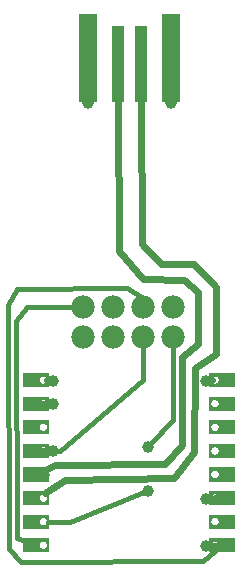
<source format=gtl>
%ASAXBY*%
%FSLAX23Y23*%
%MOIN*%
%OFA0B0*%
%SFA1.0B1.0*%
%ADD10C,0.039370*%
%ADD11C,0.078000*%
%ADD12R,0.059055X0.295276*%
%ADD13R,0.039370X0.255906*%
%ADD14C,0.024000*%
%ADD15C,0.016000*%
%ADD16R,0.001000X0.001000*%
%LNCOPPER1*%
G90*
G70*
G54D10*
X488Y558D03*
X488Y703D03*
X566Y1849D03*
X290Y1849D03*
G54D11*
X271Y1071D03*
X371Y1071D03*
X471Y1071D03*
X571Y1071D03*
X271Y1071D03*
X371Y1071D03*
X471Y1071D03*
X571Y1071D03*
X571Y1171D03*
X471Y1171D03*
X371Y1171D03*
X271Y1171D03*
G54D10*
X171Y925D03*
X141Y612D03*
X171Y689D03*
X683Y374D03*
X683Y532D03*
X683Y925D03*
X171Y847D03*
G54D12*
X290Y2002D03*
G54D13*
X388Y1982D03*
X467Y1982D03*
G54D12*
X565Y2002D03*
G54D14*
X180Y644D02*
X153Y630D01*
D02*
X547Y646D02*
X180Y644D01*
D02*
X603Y710D02*
X547Y646D01*
D02*
X603Y1005D02*
X603Y710D01*
D02*
X655Y1046D02*
X603Y1005D01*
D02*
X655Y1099D02*
X655Y1046D01*
D02*
X655Y1221D02*
X655Y1099D01*
D02*
X211Y594D02*
X145Y551D01*
D02*
X575Y599D02*
X211Y594D01*
D02*
X644Y688D02*
X575Y599D01*
D02*
X645Y967D02*
X644Y688D01*
D02*
X716Y1013D02*
X645Y967D01*
D02*
X716Y1094D02*
X716Y1013D01*
D02*
X716Y1238D02*
X716Y1094D01*
D02*
X641Y1313D02*
X716Y1238D01*
D02*
X534Y1313D02*
X641Y1313D01*
D02*
X469Y1382D02*
X534Y1313D01*
D02*
X467Y1860D02*
X469Y1382D01*
D02*
X290Y1860D02*
X290Y1868D01*
D02*
X566Y1860D02*
X566Y1868D01*
D02*
X609Y1262D02*
X655Y1221D01*
D02*
X472Y1263D02*
X609Y1262D01*
D02*
X393Y1357D02*
X472Y1263D01*
D02*
X389Y1860D02*
X393Y1357D01*
G54D15*
D02*
X85Y1171D02*
X247Y1171D01*
D02*
X50Y1124D02*
X85Y1171D01*
D02*
X53Y400D02*
X50Y1124D01*
D02*
X78Y390D02*
X53Y400D01*
D02*
X475Y553D02*
X230Y455D01*
D02*
X571Y794D02*
X497Y713D01*
D02*
X230Y455D02*
X156Y454D01*
D02*
X571Y1047D02*
X571Y794D01*
G54D14*
D02*
X156Y926D02*
X152Y926D01*
D02*
X698Y926D02*
X702Y926D01*
G54D15*
D02*
X672Y324D02*
X66Y321D01*
D02*
X66Y321D02*
X27Y365D01*
D02*
X27Y365D02*
X23Y1176D01*
D02*
X471Y1202D02*
X471Y1196D01*
D02*
X54Y1231D02*
X420Y1234D01*
D02*
X420Y1234D02*
X471Y1202D01*
D02*
X23Y1176D02*
X54Y1231D01*
D02*
X714Y357D02*
X672Y324D01*
D02*
X197Y691D02*
X471Y927D01*
D02*
X471Y927D02*
X471Y1047D01*
D02*
X156Y690D02*
X197Y691D01*
G54D14*
D02*
X117Y690D02*
X171Y689D01*
D02*
X737Y375D02*
X683Y374D01*
D02*
X737Y533D02*
X683Y532D01*
D02*
X117Y848D02*
X171Y847D01*
G54D16*
X73Y950D02*
X160Y950D01*
X693Y950D02*
X780Y950D01*
X73Y949D02*
X160Y949D01*
X693Y949D02*
X780Y949D01*
X73Y948D02*
X160Y948D01*
X693Y948D02*
X780Y948D01*
X73Y947D02*
X160Y947D01*
X693Y947D02*
X780Y947D01*
X73Y946D02*
X160Y946D01*
X693Y946D02*
X780Y946D01*
X73Y945D02*
X160Y945D01*
X693Y945D02*
X780Y945D01*
X73Y944D02*
X160Y944D01*
X693Y944D02*
X780Y944D01*
X73Y943D02*
X160Y943D01*
X693Y943D02*
X780Y943D01*
X73Y942D02*
X160Y942D01*
X693Y942D02*
X780Y942D01*
X73Y941D02*
X160Y941D01*
X693Y941D02*
X780Y941D01*
X73Y940D02*
X160Y940D01*
X693Y940D02*
X780Y940D01*
X73Y939D02*
X160Y939D01*
X693Y939D02*
X780Y939D01*
X73Y938D02*
X135Y938D01*
X146Y938D02*
X160Y938D01*
X693Y938D02*
X707Y938D01*
X718Y938D02*
X780Y938D01*
X73Y937D02*
X134Y937D01*
X148Y937D02*
X160Y937D01*
X693Y937D02*
X706Y937D01*
X720Y937D02*
X780Y937D01*
X73Y936D02*
X132Y936D01*
X149Y936D02*
X160Y936D01*
X693Y936D02*
X704Y936D01*
X721Y936D02*
X780Y936D01*
X73Y935D02*
X131Y935D01*
X150Y935D02*
X160Y935D01*
X693Y935D02*
X703Y935D01*
X722Y935D02*
X780Y935D01*
X73Y934D02*
X130Y934D01*
X151Y934D02*
X160Y934D01*
X693Y934D02*
X702Y934D01*
X723Y934D02*
X780Y934D01*
X73Y933D02*
X130Y933D01*
X151Y933D02*
X160Y933D01*
X693Y933D02*
X702Y933D01*
X723Y933D02*
X780Y933D01*
X73Y932D02*
X129Y932D01*
X152Y932D02*
X160Y932D01*
X693Y932D02*
X701Y932D01*
X724Y932D02*
X780Y932D01*
X73Y931D02*
X129Y931D01*
X152Y931D02*
X160Y931D01*
X693Y931D02*
X701Y931D01*
X724Y931D02*
X780Y931D01*
X73Y930D02*
X128Y930D01*
X153Y930D02*
X160Y930D01*
X693Y930D02*
X700Y930D01*
X725Y930D02*
X780Y930D01*
X73Y929D02*
X128Y929D01*
X153Y929D02*
X160Y929D01*
X693Y929D02*
X700Y929D01*
X725Y929D02*
X780Y929D01*
X73Y928D02*
X128Y928D01*
X153Y928D02*
X160Y928D01*
X693Y928D02*
X700Y928D01*
X725Y928D02*
X780Y928D01*
X73Y927D02*
X128Y927D01*
X153Y927D02*
X160Y927D01*
X693Y927D02*
X700Y927D01*
X725Y927D02*
X780Y927D01*
X73Y926D02*
X128Y926D01*
X153Y926D02*
X160Y926D01*
X693Y926D02*
X700Y926D01*
X725Y926D02*
X780Y926D01*
X73Y925D02*
X128Y925D01*
X153Y925D02*
X160Y925D01*
X693Y925D02*
X700Y925D01*
X725Y925D02*
X780Y925D01*
X73Y924D02*
X128Y924D01*
X153Y924D02*
X160Y924D01*
X693Y924D02*
X700Y924D01*
X725Y924D02*
X780Y924D01*
X73Y923D02*
X129Y923D01*
X153Y923D02*
X160Y923D01*
X693Y923D02*
X701Y923D01*
X725Y923D02*
X780Y923D01*
X73Y922D02*
X129Y922D01*
X152Y922D02*
X160Y922D01*
X693Y922D02*
X701Y922D01*
X724Y922D02*
X780Y922D01*
X73Y921D02*
X129Y921D01*
X152Y921D02*
X160Y921D01*
X693Y921D02*
X701Y921D01*
X724Y921D02*
X780Y921D01*
X73Y920D02*
X130Y920D01*
X151Y920D02*
X160Y920D01*
X693Y920D02*
X702Y920D01*
X723Y920D02*
X780Y920D01*
X73Y919D02*
X131Y919D01*
X150Y919D02*
X160Y919D01*
X693Y919D02*
X703Y919D01*
X722Y919D02*
X780Y919D01*
X73Y918D02*
X132Y918D01*
X149Y918D02*
X160Y918D01*
X693Y918D02*
X704Y918D01*
X721Y918D02*
X780Y918D01*
X73Y917D02*
X133Y917D01*
X148Y917D02*
X160Y917D01*
X693Y917D02*
X705Y917D01*
X720Y917D02*
X780Y917D01*
X73Y916D02*
X135Y916D01*
X147Y916D02*
X160Y916D01*
X693Y916D02*
X707Y916D01*
X719Y916D02*
X780Y916D01*
X73Y915D02*
X137Y915D01*
X144Y915D02*
X160Y915D01*
X693Y915D02*
X709Y915D01*
X716Y915D02*
X780Y915D01*
X73Y914D02*
X160Y914D01*
X693Y914D02*
X780Y914D01*
X73Y913D02*
X160Y913D01*
X693Y913D02*
X780Y913D01*
X73Y912D02*
X160Y912D01*
X693Y912D02*
X780Y912D01*
X73Y911D02*
X160Y911D01*
X693Y911D02*
X780Y911D01*
X73Y910D02*
X160Y910D01*
X693Y910D02*
X780Y910D01*
X73Y909D02*
X160Y909D01*
X693Y909D02*
X780Y909D01*
X73Y908D02*
X160Y908D01*
X693Y908D02*
X780Y908D01*
X73Y907D02*
X160Y907D01*
X693Y907D02*
X780Y907D01*
X73Y906D02*
X160Y906D01*
X693Y906D02*
X780Y906D01*
X73Y905D02*
X160Y905D01*
X693Y905D02*
X780Y905D01*
X73Y904D02*
X160Y904D01*
X693Y904D02*
X780Y904D01*
X73Y871D02*
X160Y871D01*
X693Y871D02*
X780Y871D01*
X73Y870D02*
X160Y870D01*
X693Y870D02*
X780Y870D01*
X73Y869D02*
X160Y869D01*
X693Y869D02*
X780Y869D01*
X73Y868D02*
X160Y868D01*
X693Y868D02*
X780Y868D01*
X73Y867D02*
X160Y867D01*
X693Y867D02*
X780Y867D01*
X73Y866D02*
X160Y866D01*
X693Y866D02*
X780Y866D01*
X73Y865D02*
X160Y865D01*
X693Y865D02*
X780Y865D01*
X73Y864D02*
X160Y864D01*
X693Y864D02*
X780Y864D01*
X73Y863D02*
X160Y863D01*
X693Y863D02*
X780Y863D01*
X73Y862D02*
X160Y862D01*
X693Y862D02*
X780Y862D01*
X73Y861D02*
X160Y861D01*
X693Y861D02*
X780Y861D01*
X73Y860D02*
X138Y860D01*
X143Y860D02*
X160Y860D01*
X693Y860D02*
X710Y860D01*
X715Y860D02*
X780Y860D01*
X73Y859D02*
X135Y859D01*
X146Y859D02*
X160Y859D01*
X693Y859D02*
X707Y859D01*
X718Y859D02*
X780Y859D01*
X73Y858D02*
X133Y858D01*
X148Y858D02*
X160Y858D01*
X693Y858D02*
X705Y858D01*
X720Y858D02*
X780Y858D01*
X73Y857D02*
X132Y857D01*
X149Y857D02*
X160Y857D01*
X693Y857D02*
X704Y857D01*
X721Y857D02*
X780Y857D01*
X73Y856D02*
X131Y856D01*
X150Y856D02*
X160Y856D01*
X693Y856D02*
X703Y856D01*
X722Y856D02*
X780Y856D01*
X73Y855D02*
X130Y855D01*
X151Y855D02*
X160Y855D01*
X693Y855D02*
X702Y855D01*
X723Y855D02*
X780Y855D01*
X73Y854D02*
X130Y854D01*
X152Y854D02*
X160Y854D01*
X693Y854D02*
X702Y854D01*
X724Y854D02*
X780Y854D01*
X73Y853D02*
X129Y853D01*
X152Y853D02*
X160Y853D01*
X693Y853D02*
X701Y853D01*
X724Y853D02*
X780Y853D01*
X73Y852D02*
X129Y852D01*
X153Y852D02*
X160Y852D01*
X693Y852D02*
X701Y852D01*
X724Y852D02*
X780Y852D01*
X73Y851D02*
X128Y851D01*
X153Y851D02*
X160Y851D01*
X693Y851D02*
X700Y851D01*
X725Y851D02*
X780Y851D01*
X73Y850D02*
X128Y850D01*
X153Y850D02*
X160Y850D01*
X693Y850D02*
X700Y850D01*
X725Y850D02*
X780Y850D01*
X73Y849D02*
X128Y849D01*
X153Y849D02*
X160Y849D01*
X693Y849D02*
X700Y849D01*
X725Y849D02*
X780Y849D01*
X73Y848D02*
X128Y848D01*
X153Y848D02*
X160Y848D01*
X693Y848D02*
X700Y848D01*
X725Y848D02*
X780Y848D01*
X73Y847D02*
X128Y847D01*
X153Y847D02*
X160Y847D01*
X693Y847D02*
X700Y847D01*
X725Y847D02*
X780Y847D01*
X73Y846D02*
X128Y846D01*
X153Y846D02*
X160Y846D01*
X693Y846D02*
X700Y846D01*
X725Y846D02*
X780Y846D01*
X73Y845D02*
X128Y845D01*
X153Y845D02*
X160Y845D01*
X693Y845D02*
X700Y845D01*
X725Y845D02*
X780Y845D01*
X73Y844D02*
X129Y844D01*
X152Y844D02*
X160Y844D01*
X693Y844D02*
X701Y844D01*
X724Y844D02*
X780Y844D01*
X73Y843D02*
X129Y843D01*
X152Y843D02*
X160Y843D01*
X693Y843D02*
X701Y843D01*
X724Y843D02*
X780Y843D01*
X73Y842D02*
X130Y842D01*
X152Y842D02*
X160Y842D01*
X693Y842D02*
X702Y842D01*
X724Y842D02*
X780Y842D01*
X73Y841D02*
X130Y841D01*
X151Y841D02*
X160Y841D01*
X693Y841D02*
X702Y841D01*
X723Y841D02*
X780Y841D01*
X73Y840D02*
X131Y840D01*
X150Y840D02*
X160Y840D01*
X693Y840D02*
X703Y840D01*
X722Y840D02*
X780Y840D01*
X73Y839D02*
X132Y839D01*
X149Y839D02*
X160Y839D01*
X693Y839D02*
X704Y839D01*
X721Y839D02*
X780Y839D01*
X73Y838D02*
X133Y838D01*
X148Y838D02*
X160Y838D01*
X693Y838D02*
X705Y838D01*
X720Y838D02*
X780Y838D01*
X73Y837D02*
X135Y837D01*
X146Y837D02*
X160Y837D01*
X693Y837D02*
X707Y837D01*
X718Y837D02*
X780Y837D01*
X73Y836D02*
X139Y836D01*
X142Y836D02*
X160Y836D01*
X693Y836D02*
X711Y836D01*
X714Y836D02*
X780Y836D01*
X73Y835D02*
X160Y835D01*
X693Y835D02*
X780Y835D01*
X73Y834D02*
X160Y834D01*
X693Y834D02*
X780Y834D01*
X73Y833D02*
X160Y833D01*
X693Y833D02*
X780Y833D01*
X73Y832D02*
X160Y832D01*
X693Y832D02*
X780Y832D01*
X73Y831D02*
X160Y831D01*
X693Y831D02*
X780Y831D01*
X73Y830D02*
X160Y830D01*
X693Y830D02*
X780Y830D01*
X73Y829D02*
X160Y829D01*
X693Y829D02*
X780Y829D01*
X73Y828D02*
X160Y828D01*
X693Y828D02*
X780Y828D01*
X73Y827D02*
X160Y827D01*
X693Y827D02*
X780Y827D01*
X73Y826D02*
X160Y826D01*
X693Y826D02*
X780Y826D01*
X73Y825D02*
X160Y825D01*
X693Y825D02*
X780Y825D01*
X73Y792D02*
X160Y792D01*
X693Y792D02*
X780Y792D01*
X73Y791D02*
X160Y791D01*
X693Y791D02*
X780Y791D01*
X73Y790D02*
X160Y790D01*
X693Y790D02*
X780Y790D01*
X73Y789D02*
X160Y789D01*
X693Y789D02*
X780Y789D01*
X73Y788D02*
X160Y788D01*
X693Y788D02*
X780Y788D01*
X73Y787D02*
X160Y787D01*
X693Y787D02*
X780Y787D01*
X73Y786D02*
X160Y786D01*
X693Y786D02*
X780Y786D01*
X73Y785D02*
X160Y785D01*
X693Y785D02*
X780Y785D01*
X73Y784D02*
X160Y784D01*
X693Y784D02*
X780Y784D01*
X73Y783D02*
X160Y783D01*
X693Y783D02*
X780Y783D01*
X73Y782D02*
X160Y782D01*
X693Y782D02*
X780Y782D01*
X73Y781D02*
X137Y781D01*
X144Y781D02*
X160Y781D01*
X693Y781D02*
X709Y781D01*
X716Y781D02*
X780Y781D01*
X73Y780D02*
X134Y780D01*
X147Y780D02*
X160Y780D01*
X693Y780D02*
X706Y780D01*
X719Y780D02*
X780Y780D01*
X73Y779D02*
X133Y779D01*
X148Y779D02*
X160Y779D01*
X693Y779D02*
X705Y779D01*
X720Y779D02*
X780Y779D01*
X73Y778D02*
X132Y778D01*
X150Y778D02*
X160Y778D01*
X693Y778D02*
X704Y778D01*
X722Y778D02*
X780Y778D01*
X73Y777D02*
X131Y777D01*
X150Y777D02*
X160Y777D01*
X693Y777D02*
X703Y777D01*
X722Y777D02*
X780Y777D01*
X73Y776D02*
X130Y776D01*
X151Y776D02*
X160Y776D01*
X693Y776D02*
X702Y776D01*
X723Y776D02*
X780Y776D01*
X73Y775D02*
X129Y775D01*
X152Y775D02*
X160Y775D01*
X693Y775D02*
X701Y775D01*
X724Y775D02*
X780Y775D01*
X73Y774D02*
X129Y774D01*
X152Y774D02*
X160Y774D01*
X693Y774D02*
X701Y774D01*
X724Y774D02*
X780Y774D01*
X73Y773D02*
X129Y773D01*
X153Y773D02*
X160Y773D01*
X693Y773D02*
X701Y773D01*
X725Y773D02*
X780Y773D01*
X73Y772D02*
X128Y772D01*
X153Y772D02*
X160Y772D01*
X693Y772D02*
X700Y772D01*
X725Y772D02*
X780Y772D01*
X73Y771D02*
X128Y771D01*
X153Y771D02*
X160Y771D01*
X693Y771D02*
X700Y771D01*
X725Y771D02*
X780Y771D01*
X73Y770D02*
X128Y770D01*
X153Y770D02*
X160Y770D01*
X693Y770D02*
X700Y770D01*
X725Y770D02*
X780Y770D01*
X73Y769D02*
X128Y769D01*
X153Y769D02*
X160Y769D01*
X693Y769D02*
X700Y769D01*
X725Y769D02*
X780Y769D01*
X73Y768D02*
X128Y768D01*
X153Y768D02*
X160Y768D01*
X693Y768D02*
X700Y768D01*
X725Y768D02*
X780Y768D01*
X73Y767D02*
X128Y767D01*
X153Y767D02*
X160Y767D01*
X693Y767D02*
X700Y767D01*
X725Y767D02*
X780Y767D01*
X73Y766D02*
X128Y766D01*
X153Y766D02*
X160Y766D01*
X693Y766D02*
X700Y766D01*
X725Y766D02*
X780Y766D01*
X73Y765D02*
X129Y765D01*
X152Y765D02*
X160Y765D01*
X693Y765D02*
X701Y765D01*
X724Y765D02*
X780Y765D01*
X73Y764D02*
X129Y764D01*
X152Y764D02*
X160Y764D01*
X693Y764D02*
X701Y764D01*
X724Y764D02*
X780Y764D01*
X73Y763D02*
X130Y763D01*
X151Y763D02*
X160Y763D01*
X693Y763D02*
X702Y763D01*
X723Y763D02*
X780Y763D01*
X73Y762D02*
X130Y762D01*
X151Y762D02*
X160Y762D01*
X693Y762D02*
X702Y762D01*
X723Y762D02*
X780Y762D01*
X73Y761D02*
X131Y761D01*
X150Y761D02*
X160Y761D01*
X693Y761D02*
X703Y761D01*
X722Y761D02*
X780Y761D01*
X73Y760D02*
X132Y760D01*
X149Y760D02*
X160Y760D01*
X693Y760D02*
X704Y760D01*
X721Y760D02*
X780Y760D01*
X73Y759D02*
X134Y759D01*
X147Y759D02*
X160Y759D01*
X693Y759D02*
X706Y759D01*
X719Y759D02*
X780Y759D01*
X73Y758D02*
X136Y758D01*
X145Y758D02*
X160Y758D01*
X693Y758D02*
X708Y758D01*
X717Y758D02*
X780Y758D01*
X73Y757D02*
X160Y757D01*
X693Y757D02*
X780Y757D01*
X73Y756D02*
X160Y756D01*
X693Y756D02*
X780Y756D01*
X73Y755D02*
X160Y755D01*
X693Y755D02*
X780Y755D01*
X73Y754D02*
X160Y754D01*
X693Y754D02*
X780Y754D01*
X73Y753D02*
X160Y753D01*
X693Y753D02*
X780Y753D01*
X73Y752D02*
X160Y752D01*
X693Y752D02*
X780Y752D01*
X73Y751D02*
X160Y751D01*
X693Y751D02*
X780Y751D01*
X73Y750D02*
X160Y750D01*
X693Y750D02*
X780Y750D01*
X73Y749D02*
X160Y749D01*
X693Y749D02*
X780Y749D01*
X73Y748D02*
X160Y748D01*
X693Y748D02*
X780Y748D01*
X73Y747D02*
X160Y747D01*
X693Y747D02*
X780Y747D01*
X73Y746D02*
X160Y746D01*
X693Y746D02*
X780Y746D01*
X73Y714D02*
X160Y714D01*
X693Y714D02*
X780Y714D01*
X73Y713D02*
X160Y713D01*
X693Y713D02*
X780Y713D01*
X73Y712D02*
X160Y712D01*
X693Y712D02*
X780Y712D01*
X73Y711D02*
X160Y711D01*
X693Y711D02*
X780Y711D01*
X73Y710D02*
X160Y710D01*
X693Y710D02*
X780Y710D01*
X73Y709D02*
X160Y709D01*
X693Y709D02*
X780Y709D01*
X73Y708D02*
X160Y708D01*
X693Y708D02*
X780Y708D01*
X73Y707D02*
X160Y707D01*
X693Y707D02*
X780Y707D01*
X73Y706D02*
X160Y706D01*
X693Y706D02*
X780Y706D01*
X73Y705D02*
X160Y705D01*
X693Y705D02*
X780Y705D01*
X73Y704D02*
X160Y704D01*
X693Y704D02*
X780Y704D01*
X73Y703D02*
X160Y703D01*
X693Y703D02*
X780Y703D01*
X73Y702D02*
X136Y702D01*
X145Y702D02*
X160Y702D01*
X693Y702D02*
X708Y702D01*
X717Y702D02*
X780Y702D01*
X73Y701D02*
X134Y701D01*
X147Y701D02*
X160Y701D01*
X693Y701D02*
X706Y701D01*
X719Y701D02*
X780Y701D01*
X73Y700D02*
X132Y700D01*
X149Y700D02*
X160Y700D01*
X693Y700D02*
X704Y700D01*
X721Y700D02*
X780Y700D01*
X73Y699D02*
X131Y699D01*
X150Y699D02*
X160Y699D01*
X693Y699D02*
X703Y699D01*
X722Y699D02*
X780Y699D01*
X73Y698D02*
X131Y698D01*
X151Y698D02*
X160Y698D01*
X693Y698D02*
X702Y698D01*
X723Y698D02*
X780Y698D01*
X73Y697D02*
X130Y697D01*
X151Y697D02*
X160Y697D01*
X693Y697D02*
X702Y697D01*
X723Y697D02*
X780Y697D01*
X73Y696D02*
X129Y696D01*
X152Y696D02*
X160Y696D01*
X693Y696D02*
X701Y696D01*
X724Y696D02*
X780Y696D01*
X73Y695D02*
X129Y695D01*
X152Y695D02*
X160Y695D01*
X693Y695D02*
X701Y695D01*
X724Y695D02*
X780Y695D01*
X73Y694D02*
X128Y694D01*
X153Y694D02*
X160Y694D01*
X693Y694D02*
X700Y694D01*
X725Y694D02*
X780Y694D01*
X73Y693D02*
X128Y693D01*
X153Y693D02*
X160Y693D01*
X693Y693D02*
X700Y693D01*
X725Y693D02*
X780Y693D01*
X73Y692D02*
X128Y692D01*
X153Y692D02*
X160Y692D01*
X693Y692D02*
X700Y692D01*
X725Y692D02*
X780Y692D01*
X73Y691D02*
X128Y691D01*
X153Y691D02*
X160Y691D01*
X693Y691D02*
X700Y691D01*
X725Y691D02*
X780Y691D01*
X73Y690D02*
X128Y690D01*
X153Y690D02*
X160Y690D01*
X693Y690D02*
X700Y690D01*
X725Y690D02*
X780Y690D01*
X73Y689D02*
X128Y689D01*
X153Y689D02*
X160Y689D01*
X693Y689D02*
X700Y689D01*
X725Y689D02*
X780Y689D01*
X73Y688D02*
X128Y688D01*
X153Y688D02*
X160Y688D01*
X693Y688D02*
X700Y688D01*
X725Y688D02*
X780Y688D01*
X73Y687D02*
X129Y687D01*
X153Y687D02*
X160Y687D01*
X693Y687D02*
X700Y687D01*
X725Y687D02*
X780Y687D01*
X73Y686D02*
X129Y686D01*
X152Y686D02*
X160Y686D01*
X693Y686D02*
X701Y686D01*
X724Y686D02*
X780Y686D01*
X73Y685D02*
X129Y685D01*
X152Y685D02*
X160Y685D01*
X693Y685D02*
X701Y685D01*
X724Y685D02*
X780Y685D01*
X73Y684D02*
X130Y684D01*
X151Y684D02*
X160Y684D01*
X693Y684D02*
X702Y684D01*
X723Y684D02*
X780Y684D01*
X73Y683D02*
X131Y683D01*
X151Y683D02*
X160Y683D01*
X693Y683D02*
X703Y683D01*
X722Y683D02*
X780Y683D01*
X73Y682D02*
X132Y682D01*
X150Y682D02*
X160Y682D01*
X693Y682D02*
X703Y682D01*
X722Y682D02*
X780Y682D01*
X73Y681D02*
X133Y681D01*
X148Y681D02*
X160Y681D01*
X693Y681D02*
X705Y681D01*
X720Y681D02*
X780Y681D01*
X73Y680D02*
X134Y680D01*
X147Y680D02*
X160Y680D01*
X693Y680D02*
X706Y680D01*
X719Y680D02*
X780Y680D01*
X73Y679D02*
X137Y679D01*
X145Y679D02*
X160Y679D01*
X693Y679D02*
X709Y679D01*
X717Y679D02*
X780Y679D01*
X73Y678D02*
X160Y678D01*
X693Y678D02*
X780Y678D01*
X73Y677D02*
X160Y677D01*
X693Y677D02*
X780Y677D01*
X73Y676D02*
X160Y676D01*
X693Y676D02*
X780Y676D01*
X73Y675D02*
X160Y675D01*
X693Y675D02*
X780Y675D01*
X73Y674D02*
X160Y674D01*
X693Y674D02*
X780Y674D01*
X73Y673D02*
X160Y673D01*
X693Y673D02*
X780Y673D01*
X73Y672D02*
X160Y672D01*
X693Y672D02*
X780Y672D01*
X73Y671D02*
X160Y671D01*
X693Y671D02*
X780Y671D01*
X73Y670D02*
X160Y670D01*
X693Y670D02*
X780Y670D01*
X73Y669D02*
X160Y669D01*
X693Y669D02*
X780Y669D01*
X73Y668D02*
X160Y668D01*
X693Y668D02*
X780Y668D01*
X73Y667D02*
X160Y667D01*
X693Y667D02*
X780Y667D01*
X73Y635D02*
X160Y635D01*
X693Y635D02*
X780Y635D01*
X73Y634D02*
X160Y634D01*
X693Y634D02*
X780Y634D01*
X73Y633D02*
X160Y633D01*
X693Y633D02*
X780Y633D01*
X73Y632D02*
X160Y632D01*
X693Y632D02*
X780Y632D01*
X73Y631D02*
X160Y631D01*
X693Y631D02*
X780Y631D01*
X73Y630D02*
X160Y630D01*
X693Y630D02*
X780Y630D01*
X73Y629D02*
X160Y629D01*
X693Y629D02*
X780Y629D01*
X73Y628D02*
X160Y628D01*
X693Y628D02*
X780Y628D01*
X73Y627D02*
X160Y627D01*
X693Y627D02*
X780Y627D01*
X73Y626D02*
X160Y626D01*
X693Y626D02*
X780Y626D01*
X73Y625D02*
X160Y625D01*
X693Y625D02*
X780Y625D01*
X73Y624D02*
X160Y624D01*
X693Y624D02*
X780Y624D01*
X73Y623D02*
X135Y623D01*
X146Y623D02*
X160Y623D01*
X693Y623D02*
X707Y623D01*
X718Y623D02*
X780Y623D01*
X73Y622D02*
X133Y622D01*
X148Y622D02*
X160Y622D01*
X693Y622D02*
X705Y622D01*
X720Y622D02*
X780Y622D01*
X73Y621D02*
X132Y621D01*
X149Y621D02*
X160Y621D01*
X693Y621D02*
X704Y621D01*
X721Y621D02*
X780Y621D01*
X73Y620D02*
X131Y620D01*
X150Y620D02*
X160Y620D01*
X693Y620D02*
X703Y620D01*
X722Y620D02*
X780Y620D01*
X73Y619D02*
X130Y619D01*
X151Y619D02*
X160Y619D01*
X693Y619D02*
X702Y619D01*
X723Y619D02*
X780Y619D01*
X73Y618D02*
X130Y618D01*
X152Y618D02*
X160Y618D01*
X693Y618D02*
X702Y618D01*
X723Y618D02*
X780Y618D01*
X73Y617D02*
X129Y617D01*
X152Y617D02*
X160Y617D01*
X693Y617D02*
X701Y617D01*
X724Y617D02*
X780Y617D01*
X73Y616D02*
X129Y616D01*
X152Y616D02*
X160Y616D01*
X693Y616D02*
X701Y616D01*
X724Y616D02*
X780Y616D01*
X73Y615D02*
X128Y615D01*
X153Y615D02*
X160Y615D01*
X693Y615D02*
X700Y615D01*
X725Y615D02*
X780Y615D01*
X73Y614D02*
X128Y614D01*
X153Y614D02*
X160Y614D01*
X693Y614D02*
X700Y614D01*
X725Y614D02*
X780Y614D01*
X73Y613D02*
X128Y613D01*
X153Y613D02*
X160Y613D01*
X693Y613D02*
X700Y613D01*
X725Y613D02*
X780Y613D01*
X73Y612D02*
X128Y612D01*
X153Y612D02*
X160Y612D01*
X693Y612D02*
X700Y612D01*
X725Y612D02*
X780Y612D01*
X73Y611D02*
X128Y611D01*
X153Y611D02*
X160Y611D01*
X693Y611D02*
X700Y611D01*
X725Y611D02*
X780Y611D01*
X73Y610D02*
X128Y610D01*
X153Y610D02*
X160Y610D01*
X693Y610D02*
X700Y610D01*
X725Y610D02*
X780Y610D01*
X73Y609D02*
X128Y609D01*
X153Y609D02*
X160Y609D01*
X693Y609D02*
X700Y609D01*
X725Y609D02*
X780Y609D01*
X73Y608D02*
X129Y608D01*
X153Y608D02*
X160Y608D01*
X693Y608D02*
X701Y608D01*
X725Y608D02*
X780Y608D01*
X73Y607D02*
X129Y607D01*
X152Y607D02*
X160Y607D01*
X693Y607D02*
X701Y607D01*
X724Y607D02*
X780Y607D01*
X73Y606D02*
X130Y606D01*
X152Y606D02*
X160Y606D01*
X693Y606D02*
X701Y606D01*
X724Y606D02*
X780Y606D01*
X73Y605D02*
X130Y605D01*
X151Y605D02*
X160Y605D01*
X693Y605D02*
X702Y605D01*
X723Y605D02*
X780Y605D01*
X73Y604D02*
X131Y604D01*
X150Y604D02*
X160Y604D01*
X693Y604D02*
X703Y604D01*
X722Y604D02*
X780Y604D01*
X73Y603D02*
X132Y603D01*
X149Y603D02*
X160Y603D01*
X693Y603D02*
X704Y603D01*
X721Y603D02*
X780Y603D01*
X73Y602D02*
X133Y602D01*
X148Y602D02*
X160Y602D01*
X693Y602D02*
X705Y602D01*
X720Y602D02*
X780Y602D01*
X73Y601D02*
X135Y601D01*
X146Y601D02*
X160Y601D01*
X693Y601D02*
X707Y601D01*
X718Y601D02*
X780Y601D01*
X73Y600D02*
X137Y600D01*
X144Y600D02*
X160Y600D01*
X693Y600D02*
X709Y600D01*
X716Y600D02*
X780Y600D01*
X73Y599D02*
X160Y599D01*
X693Y599D02*
X780Y599D01*
X73Y598D02*
X160Y598D01*
X693Y598D02*
X780Y598D01*
X73Y597D02*
X160Y597D01*
X693Y597D02*
X780Y597D01*
X73Y596D02*
X160Y596D01*
X693Y596D02*
X780Y596D01*
X73Y595D02*
X160Y595D01*
X693Y595D02*
X780Y595D01*
X73Y594D02*
X160Y594D01*
X693Y594D02*
X780Y594D01*
X73Y593D02*
X160Y593D01*
X693Y593D02*
X780Y593D01*
X73Y592D02*
X160Y592D01*
X693Y592D02*
X780Y592D01*
X73Y591D02*
X160Y591D01*
X693Y591D02*
X780Y591D01*
X73Y590D02*
X160Y590D01*
X693Y590D02*
X780Y590D01*
X73Y589D02*
X160Y589D01*
X693Y589D02*
X780Y589D01*
X73Y556D02*
X160Y556D01*
X693Y556D02*
X780Y556D01*
X73Y555D02*
X160Y555D01*
X693Y555D02*
X780Y555D01*
X73Y554D02*
X160Y554D01*
X693Y554D02*
X780Y554D01*
X73Y553D02*
X160Y553D01*
X693Y553D02*
X780Y553D01*
X73Y552D02*
X160Y552D01*
X693Y552D02*
X780Y552D01*
X73Y551D02*
X160Y551D01*
X693Y551D02*
X780Y551D01*
X73Y550D02*
X160Y550D01*
X693Y550D02*
X780Y550D01*
X73Y549D02*
X160Y549D01*
X693Y549D02*
X780Y549D01*
X73Y548D02*
X160Y548D01*
X693Y548D02*
X780Y548D01*
X73Y547D02*
X160Y547D01*
X693Y547D02*
X780Y547D01*
X73Y546D02*
X160Y546D01*
X693Y546D02*
X780Y546D01*
X73Y545D02*
X138Y545D01*
X144Y545D02*
X160Y545D01*
X693Y545D02*
X710Y545D01*
X716Y545D02*
X780Y545D01*
X73Y544D02*
X135Y544D01*
X146Y544D02*
X160Y544D01*
X693Y544D02*
X707Y544D01*
X718Y544D02*
X780Y544D01*
X73Y543D02*
X133Y543D01*
X148Y543D02*
X160Y543D01*
X693Y543D02*
X705Y543D01*
X720Y543D02*
X780Y543D01*
X73Y542D02*
X132Y542D01*
X149Y542D02*
X160Y542D01*
X693Y542D02*
X704Y542D01*
X721Y542D02*
X780Y542D01*
X73Y541D02*
X131Y541D01*
X150Y541D02*
X160Y541D01*
X693Y541D02*
X703Y541D01*
X722Y541D02*
X780Y541D01*
X73Y540D02*
X130Y540D01*
X151Y540D02*
X160Y540D01*
X693Y540D02*
X702Y540D01*
X723Y540D02*
X780Y540D01*
X73Y539D02*
X130Y539D01*
X152Y539D02*
X160Y539D01*
X693Y539D02*
X701Y539D01*
X724Y539D02*
X780Y539D01*
X73Y538D02*
X129Y538D01*
X152Y538D02*
X160Y538D01*
X693Y538D02*
X701Y538D01*
X724Y538D02*
X780Y538D01*
X73Y537D02*
X129Y537D01*
X153Y537D02*
X160Y537D01*
X693Y537D02*
X701Y537D01*
X725Y537D02*
X780Y537D01*
X73Y536D02*
X128Y536D01*
X153Y536D02*
X160Y536D01*
X693Y536D02*
X700Y536D01*
X725Y536D02*
X780Y536D01*
X73Y535D02*
X128Y535D01*
X153Y535D02*
X160Y535D01*
X693Y535D02*
X700Y535D01*
X725Y535D02*
X780Y535D01*
X73Y534D02*
X128Y534D01*
X153Y534D02*
X160Y534D01*
X693Y534D02*
X700Y534D01*
X725Y534D02*
X780Y534D01*
X73Y533D02*
X128Y533D01*
X153Y533D02*
X160Y533D01*
X693Y533D02*
X700Y533D01*
X725Y533D02*
X780Y533D01*
X73Y532D02*
X128Y532D01*
X153Y532D02*
X160Y532D01*
X693Y532D02*
X700Y532D01*
X725Y532D02*
X780Y532D01*
X73Y531D02*
X128Y531D01*
X153Y531D02*
X160Y531D01*
X693Y531D02*
X700Y531D01*
X725Y531D02*
X780Y531D01*
X73Y530D02*
X128Y530D01*
X153Y530D02*
X160Y530D01*
X693Y530D02*
X700Y530D01*
X725Y530D02*
X780Y530D01*
X73Y529D02*
X129Y529D01*
X152Y529D02*
X160Y529D01*
X693Y529D02*
X701Y529D01*
X724Y529D02*
X780Y529D01*
X73Y528D02*
X129Y528D01*
X152Y528D02*
X160Y528D01*
X693Y528D02*
X701Y528D01*
X724Y528D02*
X780Y528D01*
X73Y527D02*
X130Y527D01*
X152Y527D02*
X160Y527D01*
X693Y527D02*
X702Y527D01*
X723Y527D02*
X780Y527D01*
X73Y526D02*
X130Y526D01*
X151Y526D02*
X160Y526D01*
X693Y526D02*
X702Y526D01*
X723Y526D02*
X780Y526D01*
X73Y525D02*
X131Y525D01*
X150Y525D02*
X160Y525D01*
X693Y525D02*
X703Y525D01*
X722Y525D02*
X780Y525D01*
X73Y524D02*
X132Y524D01*
X149Y524D02*
X160Y524D01*
X693Y524D02*
X704Y524D01*
X721Y524D02*
X780Y524D01*
X73Y523D02*
X133Y523D01*
X148Y523D02*
X160Y523D01*
X693Y523D02*
X705Y523D01*
X720Y523D02*
X780Y523D01*
X73Y522D02*
X135Y522D01*
X146Y522D02*
X160Y522D01*
X693Y522D02*
X707Y522D01*
X718Y522D02*
X780Y522D01*
X73Y521D02*
X160Y521D01*
X693Y521D02*
X780Y521D01*
X73Y520D02*
X160Y520D01*
X693Y520D02*
X780Y520D01*
X73Y519D02*
X160Y519D01*
X693Y519D02*
X780Y519D01*
X73Y518D02*
X160Y518D01*
X693Y518D02*
X780Y518D01*
X73Y517D02*
X160Y517D01*
X693Y517D02*
X780Y517D01*
X73Y516D02*
X160Y516D01*
X693Y516D02*
X780Y516D01*
X73Y515D02*
X160Y515D01*
X693Y515D02*
X780Y515D01*
X73Y514D02*
X160Y514D01*
X693Y514D02*
X780Y514D01*
X73Y513D02*
X160Y513D01*
X693Y513D02*
X780Y513D01*
X73Y512D02*
X160Y512D01*
X693Y512D02*
X780Y512D01*
X73Y511D02*
X160Y511D01*
X693Y511D02*
X780Y511D01*
X73Y510D02*
X160Y510D01*
X693Y510D02*
X780Y510D01*
X73Y478D02*
X160Y478D01*
X693Y478D02*
X780Y478D01*
X73Y477D02*
X160Y477D01*
X693Y477D02*
X780Y477D01*
X73Y476D02*
X160Y476D01*
X693Y476D02*
X780Y476D01*
X73Y475D02*
X160Y475D01*
X693Y475D02*
X780Y475D01*
X73Y474D02*
X160Y474D01*
X693Y474D02*
X780Y474D01*
X73Y473D02*
X160Y473D01*
X693Y473D02*
X780Y473D01*
X73Y472D02*
X160Y472D01*
X693Y472D02*
X780Y472D01*
X73Y471D02*
X160Y471D01*
X693Y471D02*
X780Y471D01*
X73Y470D02*
X160Y470D01*
X693Y470D02*
X780Y470D01*
X73Y469D02*
X160Y469D01*
X693Y469D02*
X780Y469D01*
X73Y468D02*
X160Y468D01*
X693Y468D02*
X780Y468D01*
X73Y467D02*
X160Y467D01*
X693Y467D02*
X780Y467D01*
X73Y466D02*
X137Y466D01*
X145Y466D02*
X160Y466D01*
X693Y466D02*
X709Y466D01*
X717Y466D02*
X780Y466D01*
X73Y465D02*
X134Y465D01*
X147Y465D02*
X160Y465D01*
X693Y465D02*
X706Y465D01*
X719Y465D02*
X780Y465D01*
X73Y464D02*
X133Y464D01*
X148Y464D02*
X160Y464D01*
X693Y464D02*
X705Y464D01*
X720Y464D02*
X780Y464D01*
X73Y463D02*
X132Y463D01*
X150Y463D02*
X160Y463D01*
X693Y463D02*
X704Y463D01*
X722Y463D02*
X780Y463D01*
X73Y462D02*
X131Y462D01*
X150Y462D02*
X160Y462D01*
X693Y462D02*
X703Y462D01*
X722Y462D02*
X780Y462D01*
X73Y461D02*
X130Y461D01*
X151Y461D02*
X160Y461D01*
X693Y461D02*
X702Y461D01*
X723Y461D02*
X780Y461D01*
X73Y460D02*
X129Y460D01*
X152Y460D02*
X160Y460D01*
X693Y460D02*
X701Y460D01*
X724Y460D02*
X780Y460D01*
X73Y459D02*
X129Y459D01*
X152Y459D02*
X160Y459D01*
X693Y459D02*
X701Y459D01*
X724Y459D02*
X780Y459D01*
X73Y458D02*
X129Y458D01*
X153Y458D02*
X160Y458D01*
X693Y458D02*
X700Y458D01*
X725Y458D02*
X780Y458D01*
X73Y457D02*
X128Y457D01*
X153Y457D02*
X160Y457D01*
X693Y457D02*
X700Y457D01*
X725Y457D02*
X780Y457D01*
X73Y456D02*
X128Y456D01*
X153Y456D02*
X160Y456D01*
X693Y456D02*
X700Y456D01*
X725Y456D02*
X780Y456D01*
X73Y455D02*
X128Y455D01*
X153Y455D02*
X160Y455D01*
X693Y455D02*
X700Y455D01*
X725Y455D02*
X780Y455D01*
X73Y454D02*
X128Y454D01*
X153Y454D02*
X160Y454D01*
X693Y454D02*
X700Y454D01*
X725Y454D02*
X780Y454D01*
X73Y453D02*
X128Y453D01*
X153Y453D02*
X160Y453D01*
X693Y453D02*
X700Y453D01*
X725Y453D02*
X780Y453D01*
X73Y452D02*
X128Y452D01*
X153Y452D02*
X160Y452D01*
X693Y452D02*
X700Y452D01*
X725Y452D02*
X780Y452D01*
X73Y451D02*
X128Y451D01*
X153Y451D02*
X160Y451D01*
X693Y451D02*
X700Y451D01*
X725Y451D02*
X780Y451D01*
X73Y450D02*
X129Y450D01*
X152Y450D02*
X160Y450D01*
X693Y450D02*
X701Y450D01*
X724Y450D02*
X780Y450D01*
X73Y449D02*
X129Y449D01*
X152Y449D02*
X160Y449D01*
X693Y449D02*
X701Y449D01*
X724Y449D02*
X780Y449D01*
X73Y448D02*
X130Y448D01*
X151Y448D02*
X160Y448D01*
X693Y448D02*
X702Y448D01*
X723Y448D02*
X780Y448D01*
X73Y447D02*
X131Y447D01*
X151Y447D02*
X160Y447D01*
X693Y447D02*
X702Y447D01*
X723Y447D02*
X780Y447D01*
X73Y446D02*
X131Y446D01*
X150Y446D02*
X160Y446D01*
X693Y446D02*
X703Y446D01*
X722Y446D02*
X780Y446D01*
X73Y445D02*
X132Y445D01*
X149Y445D02*
X160Y445D01*
X693Y445D02*
X704Y445D01*
X721Y445D02*
X780Y445D01*
X73Y444D02*
X134Y444D01*
X147Y444D02*
X160Y444D01*
X693Y444D02*
X706Y444D01*
X719Y444D02*
X780Y444D01*
X73Y443D02*
X136Y443D01*
X145Y443D02*
X160Y443D01*
X693Y443D02*
X708Y443D01*
X717Y443D02*
X780Y443D01*
X73Y442D02*
X160Y442D01*
X693Y442D02*
X780Y442D01*
X73Y441D02*
X160Y441D01*
X693Y441D02*
X780Y441D01*
X73Y440D02*
X160Y440D01*
X693Y440D02*
X780Y440D01*
X73Y439D02*
X160Y439D01*
X693Y439D02*
X780Y439D01*
X73Y438D02*
X160Y438D01*
X693Y438D02*
X780Y438D01*
X73Y437D02*
X160Y437D01*
X693Y437D02*
X780Y437D01*
X73Y436D02*
X160Y436D01*
X693Y436D02*
X780Y436D01*
X73Y435D02*
X160Y435D01*
X693Y435D02*
X780Y435D01*
X73Y434D02*
X160Y434D01*
X693Y434D02*
X780Y434D01*
X73Y433D02*
X160Y433D01*
X693Y433D02*
X780Y433D01*
X73Y432D02*
X160Y432D01*
X693Y432D02*
X780Y432D01*
X73Y431D02*
X160Y431D01*
X693Y431D02*
X780Y431D01*
X73Y399D02*
X160Y399D01*
X693Y399D02*
X780Y399D01*
X73Y398D02*
X160Y398D01*
X693Y398D02*
X780Y398D01*
X73Y397D02*
X160Y397D01*
X693Y397D02*
X780Y397D01*
X73Y396D02*
X160Y396D01*
X693Y396D02*
X780Y396D01*
X73Y395D02*
X160Y395D01*
X693Y395D02*
X780Y395D01*
X73Y394D02*
X160Y394D01*
X693Y394D02*
X780Y394D01*
X73Y393D02*
X160Y393D01*
X693Y393D02*
X780Y393D01*
X73Y392D02*
X160Y392D01*
X693Y392D02*
X780Y392D01*
X73Y391D02*
X160Y391D01*
X693Y391D02*
X780Y391D01*
X73Y390D02*
X160Y390D01*
X693Y390D02*
X780Y390D01*
X73Y389D02*
X160Y389D01*
X693Y389D02*
X780Y389D01*
X73Y388D02*
X160Y388D01*
X693Y388D02*
X780Y388D01*
X73Y387D02*
X136Y387D01*
X145Y387D02*
X160Y387D01*
X693Y387D02*
X708Y387D01*
X717Y387D02*
X780Y387D01*
X73Y386D02*
X134Y386D01*
X147Y386D02*
X160Y386D01*
X693Y386D02*
X706Y386D01*
X719Y386D02*
X780Y386D01*
X73Y385D02*
X132Y385D01*
X149Y385D02*
X160Y385D01*
X693Y385D02*
X704Y385D01*
X721Y385D02*
X780Y385D01*
X73Y384D02*
X131Y384D01*
X150Y384D02*
X160Y384D01*
X693Y384D02*
X703Y384D01*
X722Y384D02*
X780Y384D01*
X73Y383D02*
X130Y383D01*
X151Y383D02*
X160Y383D01*
X693Y383D02*
X702Y383D01*
X723Y383D02*
X780Y383D01*
X73Y382D02*
X130Y382D01*
X151Y382D02*
X160Y382D01*
X693Y382D02*
X702Y382D01*
X723Y382D02*
X780Y382D01*
X73Y381D02*
X129Y381D01*
X152Y381D02*
X160Y381D01*
X693Y381D02*
X701Y381D01*
X724Y381D02*
X780Y381D01*
X73Y380D02*
X129Y380D01*
X152Y380D02*
X160Y380D01*
X693Y380D02*
X701Y380D01*
X724Y380D02*
X780Y380D01*
X73Y379D02*
X128Y379D01*
X153Y379D02*
X160Y379D01*
X693Y379D02*
X700Y379D01*
X725Y379D02*
X780Y379D01*
X73Y378D02*
X128Y378D01*
X153Y378D02*
X160Y378D01*
X693Y378D02*
X700Y378D01*
X725Y378D02*
X780Y378D01*
X73Y377D02*
X128Y377D01*
X153Y377D02*
X160Y377D01*
X693Y377D02*
X700Y377D01*
X725Y377D02*
X780Y377D01*
X73Y376D02*
X128Y376D01*
X153Y376D02*
X160Y376D01*
X693Y376D02*
X700Y376D01*
X725Y376D02*
X780Y376D01*
X73Y375D02*
X128Y375D01*
X153Y375D02*
X160Y375D01*
X693Y375D02*
X700Y375D01*
X725Y375D02*
X780Y375D01*
X73Y374D02*
X128Y374D01*
X153Y374D02*
X160Y374D01*
X693Y374D02*
X700Y374D01*
X725Y374D02*
X780Y374D01*
X73Y373D02*
X128Y373D01*
X153Y373D02*
X160Y373D01*
X693Y373D02*
X700Y373D01*
X725Y373D02*
X780Y373D01*
X73Y372D02*
X129Y372D01*
X153Y372D02*
X160Y372D01*
X693Y372D02*
X701Y372D01*
X725Y372D02*
X780Y372D01*
X73Y371D02*
X129Y371D01*
X152Y371D02*
X160Y371D01*
X693Y371D02*
X701Y371D01*
X724Y371D02*
X780Y371D01*
X73Y370D02*
X129Y370D01*
X152Y370D02*
X160Y370D01*
X693Y370D02*
X701Y370D01*
X724Y370D02*
X780Y370D01*
X73Y369D02*
X130Y369D01*
X151Y369D02*
X160Y369D01*
X693Y369D02*
X702Y369D01*
X723Y369D02*
X780Y369D01*
X73Y368D02*
X131Y368D01*
X150Y368D02*
X160Y368D01*
X693Y368D02*
X703Y368D01*
X722Y368D02*
X780Y368D01*
X73Y367D02*
X132Y367D01*
X150Y367D02*
X160Y367D01*
X693Y367D02*
X704Y367D01*
X722Y367D02*
X780Y367D01*
X73Y366D02*
X133Y366D01*
X148Y366D02*
X160Y366D01*
X693Y366D02*
X705Y366D01*
X720Y366D02*
X780Y366D01*
X73Y365D02*
X134Y365D01*
X147Y365D02*
X160Y365D01*
X693Y365D02*
X706Y365D01*
X719Y365D02*
X780Y365D01*
X73Y364D02*
X137Y364D01*
X144Y364D02*
X160Y364D01*
X693Y364D02*
X709Y364D01*
X716Y364D02*
X780Y364D01*
X73Y363D02*
X160Y363D01*
X693Y363D02*
X780Y363D01*
X73Y362D02*
X160Y362D01*
X693Y362D02*
X780Y362D01*
X73Y361D02*
X160Y361D01*
X693Y361D02*
X780Y361D01*
X73Y360D02*
X160Y360D01*
X693Y360D02*
X780Y360D01*
X73Y359D02*
X160Y359D01*
X693Y359D02*
X780Y359D01*
X73Y358D02*
X160Y358D01*
X693Y358D02*
X780Y358D01*
X73Y357D02*
X160Y357D01*
X693Y357D02*
X780Y357D01*
X73Y356D02*
X160Y356D01*
X693Y356D02*
X780Y356D01*
X73Y355D02*
X160Y355D01*
X693Y355D02*
X780Y355D01*
X73Y354D02*
X160Y354D01*
X693Y354D02*
X780Y354D01*
X73Y353D02*
X160Y353D01*
X693Y353D02*
X780Y353D01*
D02*
G04 End of Copper1*
M02*
</source>
